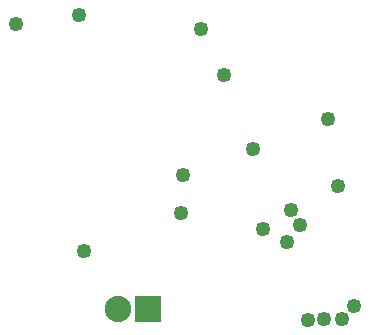
<source format=gbs>
G04 MADE WITH FRITZING*
G04 WWW.FRITZING.ORG*
G04 DOUBLE SIDED*
G04 HOLES PLATED*
G04 CONTOUR ON CENTER OF CONTOUR VECTOR*
%ASAXBY*%
%FSLAX23Y23*%
%MOIN*%
%OFA0B0*%
%SFA1.0B1.0*%
%ADD10C,0.088000*%
%ADD11C,0.049370*%
%ADD12R,0.088000X0.088000*%
%LNMASK0*%
G90*
G70*
G54D10*
X539Y68D03*
X439Y68D03*
G54D11*
X718Y1002D03*
X795Y850D03*
X328Y263D03*
X1139Y704D03*
X309Y1048D03*
X101Y1020D03*
X658Y515D03*
X649Y390D03*
X889Y603D03*
X1017Y401D03*
X1003Y292D03*
X922Y336D03*
X1172Y480D03*
X1048Y351D03*
X1226Y79D03*
X1074Y34D03*
X1128Y36D03*
X1188Y35D03*
G54D12*
X539Y68D03*
G04 End of Mask0*
M02*
</source>
